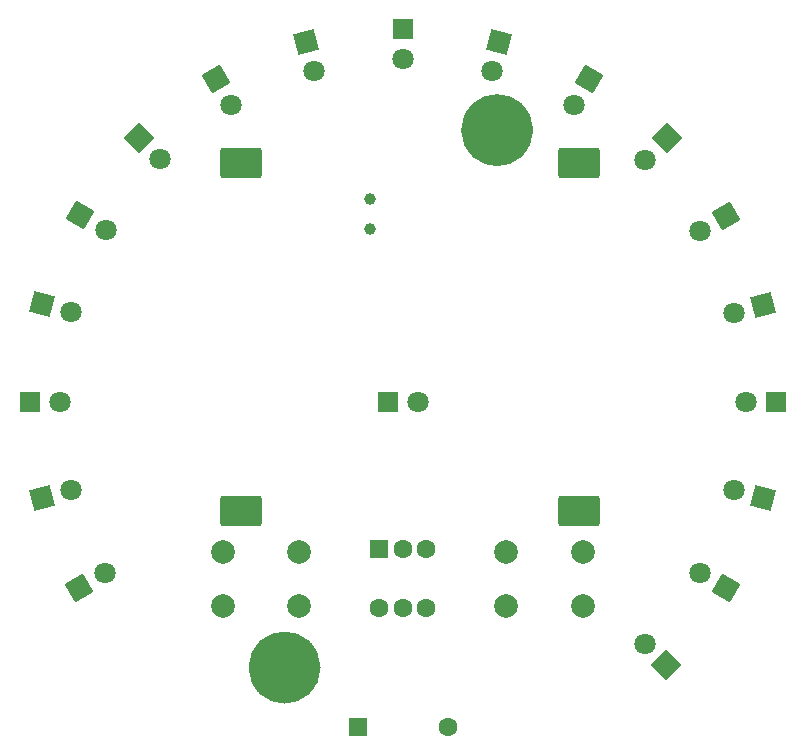
<source format=gbs>
G04 #@! TF.GenerationSoftware,KiCad,Pcbnew,8.0.6*
G04 #@! TF.CreationDate,2024-12-27T14:26:58+01:00*
G04 #@! TF.ProjectId,Minutka,4d696e75-746b-4612-9e6b-696361645f70,rev?*
G04 #@! TF.SameCoordinates,Original*
G04 #@! TF.FileFunction,Soldermask,Bot*
G04 #@! TF.FilePolarity,Negative*
%FSLAX46Y46*%
G04 Gerber Fmt 4.6, Leading zero omitted, Abs format (unit mm)*
G04 Created by KiCad (PCBNEW 8.0.6) date 2024-12-27 14:26:58*
%MOMM*%
%LPD*%
G01*
G04 APERTURE LIST*
G04 Aperture macros list*
%AMRoundRect*
0 Rectangle with rounded corners*
0 $1 Rounding radius*
0 $2 $3 $4 $5 $6 $7 $8 $9 X,Y pos of 4 corners*
0 Add a 4 corners polygon primitive as box body*
4,1,4,$2,$3,$4,$5,$6,$7,$8,$9,$2,$3,0*
0 Add four circle primitives for the rounded corners*
1,1,$1+$1,$2,$3*
1,1,$1+$1,$4,$5*
1,1,$1+$1,$6,$7*
1,1,$1+$1,$8,$9*
0 Add four rect primitives between the rounded corners*
20,1,$1+$1,$2,$3,$4,$5,0*
20,1,$1+$1,$4,$5,$6,$7,0*
20,1,$1+$1,$6,$7,$8,$9,0*
20,1,$1+$1,$8,$9,$2,$3,0*%
%AMRotRect*
0 Rectangle, with rotation*
0 The origin of the aperture is its center*
0 $1 length*
0 $2 width*
0 $3 Rotation angle, in degrees counterclockwise*
0 Add horizontal line*
21,1,$1,$2,0,0,$3*%
G04 Aperture macros list end*
%ADD10C,3.050000*%
%ADD11RotRect,1.800000X1.800000X150.000000*%
%ADD12C,1.800000*%
%ADD13RotRect,1.800000X1.800000X315.000000*%
%ADD14RotRect,1.800000X1.800000X240.000000*%
%ADD15R,1.800000X1.800000*%
%ADD16R,1.600000X1.600000*%
%ADD17C,1.600000*%
%ADD18RotRect,1.800000X1.800000X15.000000*%
%ADD19RotRect,1.800000X1.800000X210.000000*%
%ADD20RotRect,1.800000X1.800000X285.000000*%
%ADD21RotRect,1.800000X1.800000X165.000000*%
%ADD22RotRect,1.800000X1.800000X225.000000*%
%ADD23C,1.000000*%
%ADD24RotRect,1.800000X1.800000X30.000000*%
%ADD25RotRect,1.800000X1.800000X195.000000*%
%ADD26RotRect,1.800000X1.800000X300.000000*%
%ADD27RotRect,1.800000X1.800000X345.000000*%
%ADD28C,2.000000*%
%ADD29RotRect,1.800000X1.800000X255.000000*%
%ADD30RotRect,1.800000X1.800000X330.000000*%
%ADD31RotRect,1.800000X1.800000X135.000000*%
%ADD32RoundRect,0.200000X1.550000X-1.100000X1.550000X1.100000X-1.550000X1.100000X-1.550000X-1.100000X0*%
%ADD33RoundRect,0.200000X-1.550000X1.100000X-1.550000X-1.100000X1.550000X-1.100000X1.550000X1.100000X0*%
G04 APERTURE END LIST*
D10*
X141525000Y-122500000D02*
G75*
G02*
X138475000Y-122500000I-1525000J0D01*
G01*
X138475000Y-122500000D02*
G75*
G02*
X141525000Y-122500000I1525000J0D01*
G01*
X159525000Y-77000000D02*
G75*
G02*
X156475000Y-77000000I-1525000J0D01*
G01*
X156475000Y-77000000D02*
G75*
G02*
X159525000Y-77000000I1525000J0D01*
G01*
D11*
X177367177Y-115749290D03*
D12*
X175167472Y-114479290D03*
D13*
X127690546Y-77653979D03*
D12*
X129486597Y-79450030D03*
D14*
X165760447Y-72640824D03*
D12*
X164490447Y-74840529D03*
D15*
X181576304Y-99997920D03*
D12*
X179036304Y-99997920D03*
D16*
X146200000Y-127500000D03*
D17*
X153800000Y-127500000D03*
D18*
X119485510Y-108146180D03*
D12*
X121938962Y-107488780D03*
D19*
X177392289Y-84284720D03*
D12*
X175192584Y-85554720D03*
D20*
X141805045Y-69505345D03*
D12*
X142462445Y-71958797D03*
D21*
X180519677Y-108147432D03*
D12*
X178066225Y-107490032D03*
D15*
X150013150Y-68414566D03*
D12*
X150013150Y-70954566D03*
D22*
X172345872Y-77705545D03*
D12*
X170549821Y-79501596D03*
D23*
X147225000Y-82825000D03*
X147225000Y-85365000D03*
D15*
X118433664Y-100007179D03*
D12*
X120973664Y-100007179D03*
D24*
X122597444Y-115780636D03*
D12*
X124797149Y-114510636D03*
D25*
X180509297Y-91822963D03*
D12*
X178055845Y-92480363D03*
D15*
X148725000Y-100000000D03*
D12*
X151265000Y-100000000D03*
D26*
X134199774Y-72672169D03*
D12*
X135469774Y-74871874D03*
D27*
X119502084Y-91756294D03*
D12*
X121955536Y-92413694D03*
D28*
X134750000Y-112750000D03*
X141250000Y-112750000D03*
X134750000Y-117250000D03*
X141250000Y-117250000D03*
D16*
X148000000Y-112500000D03*
D17*
X150000000Y-112500000D03*
X152000000Y-112500000D03*
X148000000Y-117500000D03*
X150000000Y-117500000D03*
X152000000Y-117500000D03*
D29*
X158195977Y-69499485D03*
D12*
X157538577Y-71952937D03*
D30*
X122657374Y-84222850D03*
D12*
X124857079Y-85492850D03*
D31*
X172330322Y-122317492D03*
D12*
X170534271Y-120521441D03*
D28*
X158750000Y-112750000D03*
X165250000Y-112750000D03*
X158750000Y-117250000D03*
X165250000Y-117250000D03*
D32*
X136347500Y-109207500D03*
X136347500Y-79807500D03*
D33*
X164922500Y-79807500D03*
X164922500Y-109207500D03*
M02*

</source>
